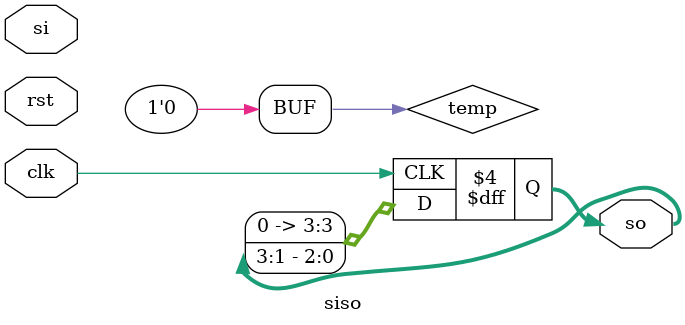
<source format=v>
module siso(input clk,rst,si,
                output reg [3:0] so);
        reg temp=0;
        always@(posedge clk) begin
                if(rst)
                        so <= 1'b0;
                else
                        so[3] <= si;
                        so = so>>1;
        end
endmodule 



</source>
